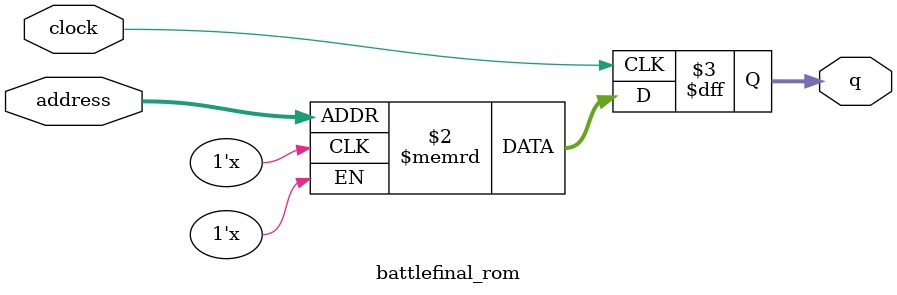
<source format=sv>
module battlefinal_rom (
	input logic clock,
	input logic [17:0] address,
	output logic [3:0] q
);

logic [3:0] memory [0:153599] /* synthesis ram_init_file = "./battlefinal/battlefinal.mif" */;

always_ff @ (posedge clock) begin
	q <= memory[address];
end

endmodule

</source>
